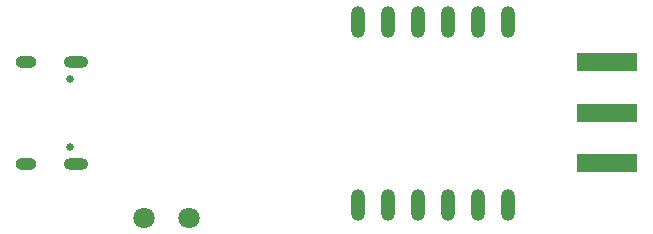
<source format=gbr>
%TF.GenerationSoftware,KiCad,Pcbnew,8.0.5-dirty*%
%TF.CreationDate,2024-10-01T21:11:00+10:00*%
%TF.ProjectId,kestral,6b657374-7261-46c2-9e6b-696361645f70,rev?*%
%TF.SameCoordinates,Original*%
%TF.FileFunction,Soldermask,Bot*%
%TF.FilePolarity,Negative*%
%FSLAX46Y46*%
G04 Gerber Fmt 4.6, Leading zero omitted, Abs format (unit mm)*
G04 Created by KiCad (PCBNEW 8.0.5-dirty) date 2024-10-01 21:11:00*
%MOMM*%
%LPD*%
G01*
G04 APERTURE LIST*
%ADD10C,1.803400*%
%ADD11C,0.650000*%
%ADD12O,2.100000X1.000000*%
%ADD13O,1.800000X1.000000*%
%ADD14O,1.204000X2.704000*%
%ADD15R,5.080000X1.500000*%
G04 APERTURE END LIST*
D10*
%TO.C,J2*%
X112689999Y-121400000D03*
X116500000Y-121400000D03*
%TD*%
D11*
%TO.C,J3*%
X106405000Y-109610000D03*
X106405000Y-115390000D03*
D12*
X106925000Y-108180000D03*
D13*
X102725000Y-108180000D03*
D12*
X106925000Y-116820000D03*
D13*
X102725000Y-116820000D03*
%TD*%
D14*
%TO.C,U1*%
X143500000Y-120300000D03*
X140960000Y-120300000D03*
X138420000Y-120300000D03*
X135880000Y-120300000D03*
X133340000Y-120300000D03*
X130800000Y-120300000D03*
X130800000Y-104800000D03*
X133340000Y-104800000D03*
X135880000Y-104800000D03*
X138420000Y-104800000D03*
X140960000Y-104800000D03*
X143500000Y-104800000D03*
%TD*%
D15*
%TO.C,J1*%
X151937500Y-112500000D03*
X151937500Y-108250000D03*
X151937500Y-116750000D03*
%TD*%
M02*

</source>
